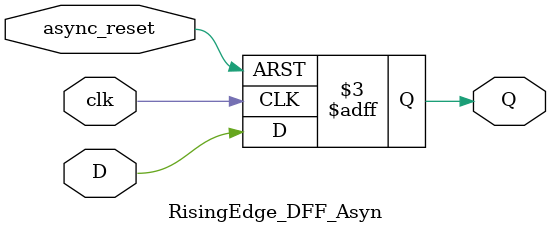
<source format=v>
/*
 * Project name   :
 * File name      : dff_asynch.v
 * Created date   : Th09 06 2018
 * Author         : Van-Nam DINH 
 * Last modified  : Th09 06 2018 09:34
 * Desc           :
 */

// verilog code for DFF
// Verilog code for Rising ege DFF with Asynchronous Reset high
module RisingEdge_DFF_Asyn(
    input   D,      // Data input
    input   clk,    // Clock input
    input   async_reset,     // asynchronous reset high level
    output  reg     Q);     // output Q
    always  @(posedge clk or posedge async_reset)
    begin
        if(async_reset==1'b1)
            Q <= 1'b0;
        else
            Q <= D;
    end
    endmodule

</source>
